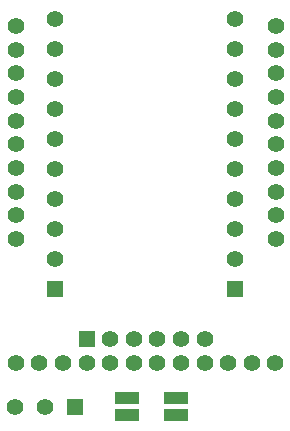
<source format=gbr>
%FSLAX46Y46*%
G04 Gerber Fmt 4.6, Leading zero omitted, Abs format (unit mm)*
G04 Created by KiCad (PCBNEW (2014-08-05 BZR 5054)-product) date Thu 27 Nov 2014 22:44:49 ACDT*
%MOMM*%
G01*
G04 APERTURE LIST*
%ADD10C,0.100000*%
%ADD11C,1.400000*%
%ADD12R,1.400000X1.400000*%
%ADD13R,1.397000X1.397000*%
%ADD14C,1.397000*%
%ADD15R,2.000000X1.000000*%
G04 APERTURE END LIST*
D10*
D11*
X179500000Y-118500000D03*
X177500000Y-118500000D03*
D12*
X175500000Y-118500000D03*
D11*
X181500000Y-118500000D03*
X183500000Y-118500000D03*
X185500000Y-118500000D03*
X185500000Y-120500000D03*
X183500000Y-120500000D03*
X181500000Y-120500000D03*
X179500000Y-120500000D03*
X177500000Y-120500000D03*
X175500000Y-120500000D03*
X191500000Y-120500000D03*
X189500000Y-120500000D03*
X187500000Y-120500000D03*
X173500000Y-120500000D03*
X171500000Y-120500000D03*
X169500000Y-120500000D03*
D13*
X174540000Y-124200000D03*
D14*
X172000000Y-124200000D03*
X169460000Y-124200000D03*
D15*
X178900000Y-123500000D03*
X178900000Y-124900000D03*
X183100000Y-123500000D03*
X183100000Y-124900000D03*
D11*
X169499260Y-110000000D03*
X169499260Y-101999000D03*
X169499260Y-98001040D03*
X169499260Y-100000020D03*
X169499260Y-105999500D03*
X169499260Y-104000520D03*
X169499260Y-108001020D03*
X169499260Y-94000540D03*
X169499260Y-91999020D03*
X169499260Y-95999520D03*
X191500740Y-95999520D03*
X191500740Y-91999020D03*
X191500740Y-94000540D03*
X191500740Y-108001020D03*
X191500740Y-104000520D03*
X191500740Y-105999500D03*
X191500740Y-100000020D03*
X191500740Y-98001040D03*
X191500740Y-101999000D03*
X191500740Y-110000000D03*
D13*
X188080000Y-114210000D03*
D14*
X188080000Y-111670000D03*
X188080000Y-109130000D03*
X188080000Y-106590000D03*
X188080000Y-104050000D03*
X188080000Y-101510000D03*
X188080000Y-98970000D03*
X188080000Y-96430000D03*
X188080000Y-93890000D03*
X188080000Y-91350000D03*
D13*
X172840000Y-114210000D03*
D14*
X172840000Y-111670000D03*
X172840000Y-109130000D03*
X172840000Y-106590000D03*
X172840000Y-104050000D03*
X172840000Y-101510000D03*
X172840000Y-98970000D03*
X172840000Y-96430000D03*
X172840000Y-93890000D03*
X172840000Y-91350000D03*
M02*

</source>
